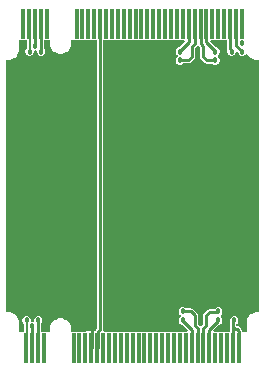
<source format=gbl>
G04*
G04 #@! TF.GenerationSoftware,Altium Limited,Altium Designer,22.2.1 (43)*
G04*
G04 Layer_Physical_Order=4*
G04 Layer_Color=16711680*
%FSLAX25Y25*%
%MOIN*%
G70*
G04*
G04 #@! TF.SameCoordinates,5CCBFE73-73B7-4967-902F-BF686D1F8584*
G04*
G04*
G04 #@! TF.FilePolarity,Positive*
G04*
G01*
G75*
%ADD10R,0.01378X0.09843*%
%ADD12C,0.01000*%
%ADD14C,0.01799*%
%ADD15C,0.00500*%
G36*
X31461Y11712D02*
X30949Y11200D01*
X30728Y10870D01*
X30722Y10842D01*
X27839D01*
Y10531D01*
X22759D01*
Y11417D01*
X22748Y11476D01*
X22753Y11535D01*
X22708Y11996D01*
X22657Y12166D01*
X22622Y12339D01*
X22269Y13191D01*
X22008Y13581D01*
X21357Y14233D01*
X20966Y14494D01*
X20115Y14847D01*
X19941Y14881D01*
X19772Y14932D01*
X19311Y14978D01*
X19193Y14966D01*
X19075Y14978D01*
X18614Y14932D01*
X18445Y14881D01*
X18271Y14847D01*
X17420Y14494D01*
X17029Y14233D01*
X16377Y13581D01*
X16116Y13191D01*
X15764Y12339D01*
X15729Y12165D01*
X15678Y11996D01*
X15632Y11535D01*
X15638Y11476D01*
X15627Y11417D01*
Y10531D01*
X12831D01*
Y13312D01*
X12998Y13479D01*
X13211Y13993D01*
Y14550D01*
X12998Y15065D01*
X12604Y15458D01*
X12089Y15671D01*
X11533D01*
X11018Y15458D01*
X10625Y15065D01*
X10411Y14550D01*
Y14124D01*
X10239Y13875D01*
X9991Y13703D01*
X9793D01*
X9472Y13924D01*
X9372Y14164D01*
Y14550D01*
X9159Y15065D01*
X8765Y15458D01*
X8251Y15671D01*
X7694D01*
X7180Y15458D01*
X6786Y15065D01*
X6573Y14550D01*
Y13993D01*
X6786Y13479D01*
X7180Y13085D01*
X7184Y13083D01*
Y10531D01*
X5338D01*
Y13780D01*
X5326Y13838D01*
X5332Y13898D01*
X5294Y14282D01*
X5243Y14451D01*
X5209Y14624D01*
X4915Y15334D01*
X4654Y15725D01*
X4110Y16268D01*
X3720Y16529D01*
X3010Y16823D01*
X2837Y16857D01*
X2667Y16909D01*
X2283Y16946D01*
X2224Y16940D01*
X2165Y16952D01*
X1204Y16952D01*
X1204Y101158D01*
X2165Y101158D01*
X2224Y101170D01*
X2283Y101164D01*
X2667Y101202D01*
X2837Y101253D01*
X3010Y101287D01*
X3720Y101581D01*
X4110Y101842D01*
X4654Y102386D01*
X4915Y102776D01*
X5209Y103486D01*
X5243Y103659D01*
X5294Y103829D01*
X5332Y104213D01*
X5326Y104272D01*
X5338Y104331D01*
Y107579D01*
X8168D01*
Y105027D01*
X8164Y105025D01*
X7770Y104631D01*
X7557Y104117D01*
Y103560D01*
X7770Y103046D01*
X8164Y102652D01*
X8678Y102439D01*
X9235D01*
X9749Y102652D01*
X10143Y103046D01*
X10356Y103560D01*
Y103946D01*
X10456Y104186D01*
X10777Y104408D01*
X10975D01*
X11224Y104236D01*
X11396Y103987D01*
Y103560D01*
X11609Y103046D01*
X12003Y102652D01*
X12517Y102439D01*
X13074D01*
X13588Y102652D01*
X13982Y103046D01*
X14195Y103560D01*
Y104117D01*
X13982Y104631D01*
X13815Y104798D01*
Y107579D01*
X15627D01*
Y106693D01*
X15638Y106634D01*
X15632Y106575D01*
X15678Y106114D01*
X15729Y105945D01*
X15764Y105771D01*
X16116Y104920D01*
X16377Y104529D01*
X17029Y103877D01*
X17420Y103616D01*
X18271Y103264D01*
X18445Y103229D01*
X18614Y103178D01*
X19075Y103132D01*
X19193Y103144D01*
X19311Y103132D01*
X19772Y103178D01*
X19941Y103229D01*
X20115Y103264D01*
X20966Y103616D01*
X21357Y103877D01*
X22008Y104529D01*
X22269Y104920D01*
X22622Y105771D01*
X22657Y105945D01*
X22708Y106114D01*
X22753Y106575D01*
X22748Y106634D01*
X22759Y106693D01*
Y107579D01*
X31461D01*
Y11712D01*
D02*
G37*
G36*
X74768Y104547D02*
X74845Y104157D01*
X74880Y104105D01*
Y103560D01*
X75093Y103046D01*
X75487Y102652D01*
X76001Y102439D01*
X76558D01*
X77072Y102652D01*
X77466Y103046D01*
X77679Y103560D01*
Y103581D01*
X78179Y103819D01*
X78423Y103631D01*
Y103560D01*
X78636Y103046D01*
X79030Y102652D01*
X79544Y102439D01*
X80101D01*
X80616Y102652D01*
X81009Y103046D01*
X81028Y103091D01*
X81569Y103091D01*
X81700Y102776D01*
X81961Y102386D01*
X82504Y101842D01*
X82894Y101581D01*
X83604Y101287D01*
X83777Y101253D01*
X83947Y101202D01*
X84331Y101164D01*
X84390Y101170D01*
X84449Y101158D01*
X85410D01*
X85410Y16952D01*
X84449Y16952D01*
X84390Y16941D01*
X84331Y16946D01*
X83947Y16909D01*
X83777Y16857D01*
X83604Y16823D01*
X82894Y16529D01*
X82504Y16268D01*
X81961Y15725D01*
X81700Y15334D01*
X81406Y14624D01*
X81371Y14451D01*
X81320Y14282D01*
X81282Y13898D01*
X81288Y13838D01*
X81276Y13780D01*
Y10531D01*
X79760D01*
Y10728D01*
X79682Y11118D01*
X79461Y11449D01*
X78674Y12237D01*
X78343Y12458D01*
X77953Y12535D01*
X77791D01*
Y13016D01*
X77958Y13085D01*
X78352Y13479D01*
X78565Y13993D01*
Y14550D01*
X78352Y15065D01*
X77958Y15458D01*
X77444Y15671D01*
X76887D01*
X76372Y15458D01*
X75979Y15065D01*
X75766Y14550D01*
Y13993D01*
X75801Y13908D01*
X75752Y13662D01*
Y10531D01*
X70427D01*
X70220Y11032D01*
X72061Y12872D01*
X72129D01*
X72643Y13085D01*
X73037Y13479D01*
X73250Y13993D01*
Y14550D01*
X73037Y15065D01*
X72643Y15458D01*
X72597Y15477D01*
Y16019D01*
X72643Y16038D01*
X73037Y16432D01*
X73250Y16946D01*
Y17503D01*
X73037Y18017D01*
X72643Y18411D01*
X72129Y18624D01*
X71572D01*
X71058Y18411D01*
X70784Y18138D01*
X68988D01*
X68598Y18060D01*
X68267Y17839D01*
X67124Y16695D01*
X66903Y16365D01*
X66825Y15974D01*
Y12923D01*
X66253Y12351D01*
X66103Y12306D01*
X65787D01*
X65637Y12351D01*
X65065Y12923D01*
Y15974D01*
X64987Y16365D01*
X64766Y16695D01*
X63516Y17945D01*
X63186Y18166D01*
X62795Y18244D01*
X60999D01*
X60832Y18411D01*
X60318Y18624D01*
X59761D01*
X59247Y18411D01*
X58853Y18017D01*
X58640Y17503D01*
Y16946D01*
X58853Y16432D01*
X59247Y16038D01*
X59293Y16019D01*
Y15477D01*
X59247Y15458D01*
X58853Y15065D01*
X58640Y14550D01*
Y13993D01*
X58853Y13479D01*
X59247Y13085D01*
X59761Y12872D01*
X59829D01*
X61670Y11032D01*
X61463Y10531D01*
X33778D01*
X33667Y10646D01*
X33448Y11032D01*
X33500Y11290D01*
Y107579D01*
X60478D01*
X60685Y107079D01*
X58845Y105238D01*
X58777D01*
X58262Y105025D01*
X57869Y104631D01*
X57656Y104117D01*
Y103560D01*
X57869Y103046D01*
X58262Y102652D01*
X58309Y102633D01*
Y102092D01*
X58262Y102072D01*
X57869Y101679D01*
X57656Y101164D01*
Y100607D01*
X57869Y100093D01*
X58262Y99699D01*
X58777Y99486D01*
X59333D01*
X59848Y99699D01*
X60121Y99972D01*
X61917D01*
X62307Y100050D01*
X62638Y100271D01*
X63782Y101415D01*
X64003Y101746D01*
X64081Y102136D01*
Y105187D01*
X64653Y105759D01*
X64803Y105804D01*
X65118D01*
X65269Y105759D01*
X65841Y105187D01*
Y102136D01*
X65918Y101746D01*
X66139Y101415D01*
X67389Y100165D01*
X67720Y99944D01*
X68110Y99866D01*
X69906D01*
X70073Y99699D01*
X70588Y99486D01*
X71144D01*
X71659Y99699D01*
X72053Y100093D01*
X72266Y100607D01*
Y101164D01*
X72053Y101679D01*
X71659Y102072D01*
X71612Y102092D01*
Y102633D01*
X71659Y102652D01*
X72053Y103046D01*
X72266Y103560D01*
Y104117D01*
X72053Y104631D01*
X71659Y105025D01*
X71144Y105238D01*
X71076D01*
X69236Y107079D01*
X69443Y107579D01*
X74768D01*
Y104547D01*
D02*
G37*
D10*
X6890Y113189D02*
D03*
X8858D02*
D03*
X10827D02*
D03*
X12795D02*
D03*
X14764D02*
D03*
X24606D02*
D03*
X26575D02*
D03*
X28543D02*
D03*
X30512D02*
D03*
X32480D02*
D03*
X34449D02*
D03*
X36417D02*
D03*
X38386D02*
D03*
X40354D02*
D03*
X42323D02*
D03*
X44291D02*
D03*
X46260D02*
D03*
X48228D02*
D03*
X50197D02*
D03*
X52165D02*
D03*
X54134D02*
D03*
X56102D02*
D03*
X58071D02*
D03*
X60039D02*
D03*
X62008D02*
D03*
X63976D02*
D03*
X65945D02*
D03*
X67913D02*
D03*
X69882D02*
D03*
X71850D02*
D03*
X73819D02*
D03*
X75787D02*
D03*
X77756D02*
D03*
X79724D02*
D03*
X7874Y4921D02*
D03*
X9843D02*
D03*
X11811D02*
D03*
X13780D02*
D03*
X23622D02*
D03*
X25591D02*
D03*
X27559D02*
D03*
X29528D02*
D03*
X31496D02*
D03*
X33465D02*
D03*
X35433D02*
D03*
X37402D02*
D03*
X39370D02*
D03*
X41339D02*
D03*
X43307D02*
D03*
X45276D02*
D03*
X47244D02*
D03*
X49213D02*
D03*
X51181D02*
D03*
X53150D02*
D03*
X55118D02*
D03*
X57087D02*
D03*
X59055D02*
D03*
X61024D02*
D03*
X62992D02*
D03*
X64961D02*
D03*
X66929D02*
D03*
X68898D02*
D03*
X70866D02*
D03*
X72835D02*
D03*
X74803D02*
D03*
X76772D02*
D03*
X78740D02*
D03*
D12*
X76772Y12106D02*
Y13662D01*
Y11516D02*
Y12106D01*
Y12589D01*
Y12106D02*
X77362Y11516D01*
X76772Y10925D02*
Y11516D01*
Y4921D02*
Y10925D01*
X77362Y11516D02*
X77953D01*
X76772D02*
X77362D01*
X76772Y10925D02*
X77362Y11516D01*
X77953D02*
X78740Y10728D01*
Y4921D02*
Y10728D01*
X76772Y13662D02*
X77165Y14055D01*
Y14272D01*
X76279Y103839D02*
X76279Y104055D01*
X75787Y104547D02*
X76279Y104055D01*
X75787Y104547D02*
Y113189D01*
X77756Y105905D02*
Y113189D01*
Y105905D02*
X79823Y103839D01*
X66860Y102136D02*
Y105610D01*
X63976Y106525D02*
X63976Y113189D01*
X65945Y106525D02*
Y113189D01*
X63061Y105610D02*
X63976Y106525D01*
X66860Y102136D02*
X68110Y100886D01*
X65945Y106525D02*
X66860Y105610D01*
X63061Y102136D02*
Y105610D01*
X59055Y103839D02*
Y104007D01*
X62008Y106959D02*
Y113189D01*
X59055Y104007D02*
X62008Y106959D01*
X70866Y103839D02*
Y104007D01*
X67913Y106959D02*
X70866Y104007D01*
X67913Y106959D02*
Y113189D01*
X68110Y100886D02*
X70866D01*
X59055D02*
X59161Y100992D01*
X61917D01*
X63061Y102136D01*
X10827Y105807D02*
Y113189D01*
X12795Y103839D02*
Y113189D01*
X12795Y103839D02*
X12795Y103839D01*
X11811Y14272D02*
X11811Y14272D01*
Y4921D02*
Y14272D01*
X9843Y4921D02*
X9843Y4921D01*
Y12303D01*
X29921Y11201D02*
Y11417D01*
X29717Y5110D02*
Y10996D01*
X29921Y11201D01*
X29528Y4921D02*
X29717Y5110D01*
X31670Y5095D02*
Y10479D01*
X32480Y11290D02*
Y113189D01*
X31496Y4921D02*
X31670Y5095D01*
Y10479D02*
X32480Y11290D01*
X67844Y15974D02*
X68988Y17118D01*
X67844Y12501D02*
Y15974D01*
X68988Y17118D02*
X71744D01*
X66929Y11585D02*
X67844Y12501D01*
X71744Y17118D02*
X71850Y17224D01*
X62795D02*
X64045Y15974D01*
Y12501D02*
Y15974D01*
X60039Y17224D02*
X62795D01*
X62992Y4921D02*
Y11151D01*
X60039Y14104D02*
X62992Y11151D01*
X60039Y14104D02*
Y14272D01*
X68898Y11151D02*
X71850Y14104D01*
X68898Y4921D02*
Y11151D01*
X71850Y14104D02*
Y14272D01*
X66929Y4921D02*
Y11585D01*
X64961Y4921D02*
Y11585D01*
X64045Y12501D02*
X64961Y11585D01*
D14*
X77165Y14272D02*
D03*
X79921Y12303D02*
D03*
X14696Y106638D02*
D03*
X6496Y106496D02*
D03*
X76279Y103839D02*
D03*
X79823Y106693D02*
D03*
Y103839D02*
D03*
X64961Y104823D02*
D03*
X59055Y103839D02*
D03*
X70866Y103839D02*
D03*
X59055Y100886D02*
D03*
X70866D02*
D03*
Y106693D02*
D03*
X10827Y105807D02*
D03*
X12795Y103839D02*
D03*
X8957D02*
D03*
X7972Y14272D02*
D03*
X11811D02*
D03*
X9843Y12303D02*
D03*
X6299Y11614D02*
D03*
X13976Y11516D02*
D03*
X29921Y11417D02*
D03*
X23775Y106719D02*
D03*
X60039Y17224D02*
D03*
X71850D02*
D03*
X59055Y106693D02*
D03*
X53150D02*
D03*
X47244D02*
D03*
X41339D02*
D03*
X35433D02*
D03*
X29528D02*
D03*
X65945Y13287D02*
D03*
X60039Y14272D02*
D03*
X71850D02*
D03*
X71850Y11417D02*
D03*
X60039D02*
D03*
X54134D02*
D03*
X48228D02*
D03*
X42323D02*
D03*
X36417D02*
D03*
X24606D02*
D03*
D15*
X8858Y113189D02*
X8933Y113114D01*
Y103862D02*
X8957Y103839D01*
X8933Y103862D02*
Y113114D01*
X7949Y4996D02*
Y14248D01*
X7972Y14272D01*
X7874Y4921D02*
X7949Y4996D01*
M02*

</source>
